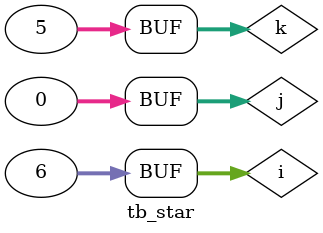
<source format=v>
module tb_star;
parameter n=5;
reg [n-1:0]a;
wire [n-1:0]out;
integer i,j,k;
initial begin
for(i=1;i<=n;i=i+1)
begin
for(j=0;j<n-i;j=j+1)
begin
$write(" ");
end
for(k=0;k<i;k=k+1)
begin
$write("*");
end
$display(" ");
end
end
endmodule





</source>
